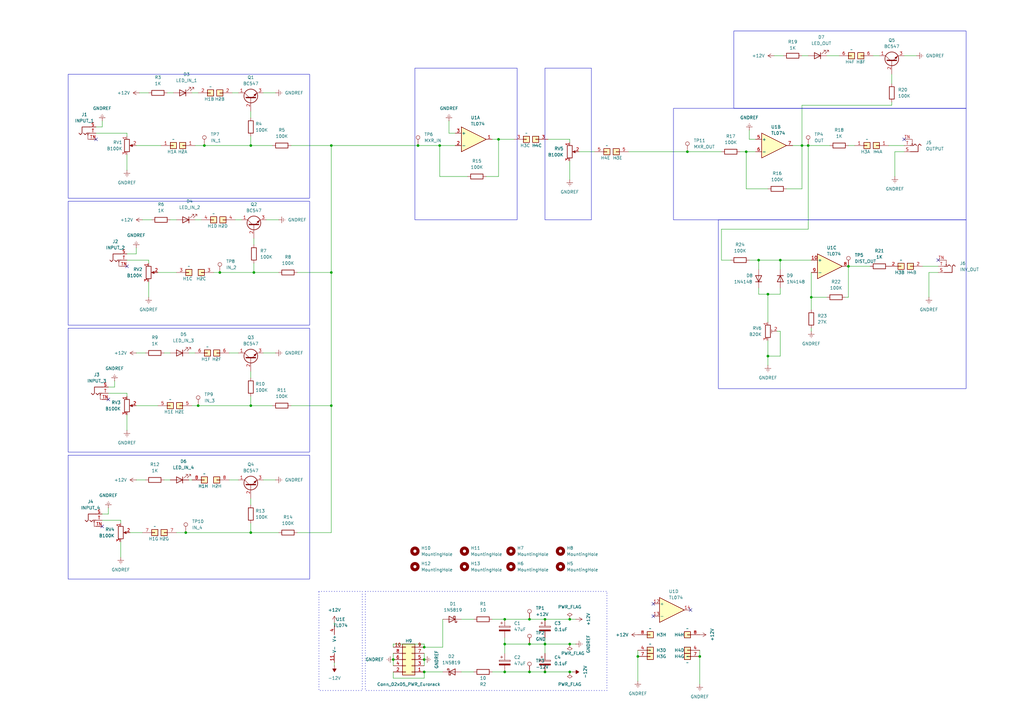
<source format=kicad_sch>
(kicad_sch (version 20231120) (generator "eeschema") (generator_version "8.0")
  (paper "A3")
  (junction (at 135.89 59.69))
  (junction (at 104.14 111.76))
  (junction (at 217.17 264.16))
  (junction (at 207.01 275.59))
  (junction (at 207.01 254))
  (junction (at 102.87 59.69))
  (junction (at 207.01 264.16))
  (junction (at 281.94 62.23))
  (junction (at 90.17 111.76))
  (junction (at 223.52 275.59))
  (junction (at 173.99 275.59))
  (junction (at 233.68 275.59))
  (junction (at 287.02 269.24))
  (junction (at 223.52 264.16))
  (junction (at 233.68 254))
  (junction (at 223.52 254))
  (junction (at 217.17 254))
  (junction (at 314.96 120.65))
  (junction (at 173.99 265.43))
  (junction (at 135.89 166.37))
  (junction (at 83.82 59.69))
  (junction (at 217.17 275.59))
  (junction (at 320.04 106.68))
  (junction (at 331.47 59.69))
  (junction (at 347.98 109.22))
  (junction (at 261.62 269.24))
  (junction (at 314.96 146.05))
  (junction (at 180.34 59.69))
  (junction (at 332.74 121.92))
  (junction (at 76.2 218.44))
  (junction (at 311.15 106.68))
  (junction (at 102.87 166.37))
  (junction (at 306.07 62.23))
  (junction (at 81.28 166.37))
  (junction (at 328.93 59.69))
  (junction (at 173.99 270.51))
  (junction (at 233.68 264.16))
  (junction (at 102.87 218.44))
  (junction (at 135.89 111.76))
  (junction (at 161.29 270.51))
  (junction (at 171.45 59.69))
  (junction (at 204.47 57.15))
  (no_connect (at 370.84 57.15))
  (no_connect (at 267.97 247.65))
  (no_connect (at 41.91 215.9))
  (no_connect (at 44.45 163.83))
  (no_connect (at 283.21 250.19))
  (no_connect (at 52.07 109.22))
  (no_connect (at 39.37 57.15))
  (no_connect (at 384.81 106.68))
  (no_connect (at 267.97 252.73))
  (wire (pts (xy 137.16 271.78) (xy 137.16 273.05)))
  (wire (pts (xy 44.45 161.29) (xy 52.07 161.29)))
  (wire (pts (xy 52.07 161.29) (xy 52.07 162.56)))
  (wire (pts (xy 191.77 72.39) (xy 180.34 72.39)))
  (wire (pts (xy 46.99 156.21) (xy 46.99 158.75)))
  (wire (pts (xy 72.39 218.44) (xy 76.2 218.44)))
  (wire (pts (xy 44.45 208.28) (xy 44.45 210.82)))
  (wire (pts (xy 365.76 43.18) (xy 365.76 41.91)))
  (wire (pts (xy 303.53 62.23) (xy 306.07 62.23)))
  (wire (pts (xy 60.96 38.1) (xy 57.15 38.1)))
  (wire (pts (xy 69.85 90.17) (xy 72.39 90.17)))
  (wire (pts (xy 173.99 267.97) (xy 173.99 270.51)))
  (wire (pts (xy 49.53 213.36) (xy 49.53 214.63)))
  (wire (pts (xy 332.74 127) (xy 332.74 121.92)))
  (wire (pts (xy 104.14 97.79) (xy 104.14 100.33)))
  (wire (pts (xy 102.87 152.4) (xy 102.87 154.94)))
  (wire (pts (xy 207.01 275.59) (xy 217.17 275.59)))
  (wire (pts (xy 59.69 144.78) (xy 55.88 144.78)))
  (wire (pts (xy 367.03 62.23) (xy 367.03 72.39)))
  (wire (pts (xy 119.38 166.37) (xy 135.89 166.37)))
  (wire (pts (xy 102.87 214.63) (xy 102.87 218.44)))
  (wire (pts (xy 261.62 266.7) (xy 261.62 269.24)))
  (wire (pts (xy 102.87 59.69) (xy 111.76 59.69)))
  (wire (pts (xy 77.47 144.78) (xy 80.01 144.78)))
  (wire (pts (xy 102.87 45.72) (xy 102.87 48.26)))
  (wire (pts (xy 67.31 196.85) (xy 69.85 196.85)))
  (wire (pts (xy 109.22 90.17) (xy 114.3 90.17)))
  (wire (pts (xy 102.87 218.44) (xy 114.3 218.44)))
  (wire (pts (xy 314.96 139.7) (xy 314.96 146.05)))
  (wire (pts (xy 60.96 115.57) (xy 60.96 121.92)))
  (wire (pts (xy 41.91 49.53) (xy 41.91 52.07)))
  (wire (pts (xy 295.91 106.68) (xy 299.72 106.68)))
  (wire (pts (xy 311.15 120.65) (xy 314.96 120.65)))
  (wire (pts (xy 135.89 59.69) (xy 171.45 59.69)))
  (wire (pts (xy 339.09 121.92) (xy 332.74 121.92)))
  (wire (pts (xy 102.87 55.88) (xy 102.87 59.69)))
  (wire (pts (xy 328.93 22.86) (xy 331.47 22.86)))
  (wire (pts (xy 41.91 210.82) (xy 44.45 210.82)))
  (wire (pts (xy 78.74 38.1) (xy 81.28 38.1)))
  (wire (pts (xy 104.14 107.95) (xy 104.14 111.76)))
  (wire (pts (xy 62.23 90.17) (xy 58.42 90.17)))
  (wire (pts (xy 257.81 62.23) (xy 281.94 62.23)))
  (wire (pts (xy 55.88 59.69) (xy 66.04 59.69)))
  (wire (pts (xy 328.93 43.18) (xy 365.76 43.18)))
  (wire (pts (xy 107.95 196.85) (xy 113.03 196.85)))
  (wire (pts (xy 204.47 57.15) (xy 201.93 57.15)))
  (wire (pts (xy 173.99 275.59) (xy 173.99 278.13)))
  (wire (pts (xy 223.52 275.59) (xy 233.68 275.59)))
  (wire (pts (xy 204.47 57.15) (xy 210.82 57.15)))
  (wire (pts (xy 307.34 106.68) (xy 311.15 106.68)))
  (wire (pts (xy 173.99 278.13) (xy 161.29 278.13)))
  (wire (pts (xy 52.07 170.18) (xy 52.07 176.53)))
  (wire (pts (xy 223.52 264.16) (xy 233.68 264.16)))
  (wire (pts (xy 52.07 63.5) (xy 52.07 69.85)))
  (wire (pts (xy 39.37 54.61) (xy 52.07 54.61)))
  (wire (pts (xy 347.98 109.22) (xy 356.87 109.22)))
  (wire (pts (xy 77.47 196.85) (xy 78.74 196.85)))
  (wire (pts (xy 95.25 38.1) (xy 97.79 38.1)))
  (wire (pts (xy 107.95 38.1) (xy 113.03 38.1)))
  (wire (pts (xy 370.84 62.23) (xy 367.03 62.23)))
  (wire (pts (xy 93.98 144.78) (xy 97.79 144.78)))
  (wire (pts (xy 52.07 104.14) (xy 55.88 104.14)))
  (wire (pts (xy 121.92 111.76) (xy 135.89 111.76)))
  (wire (pts (xy 199.39 72.39) (xy 204.47 72.39)))
  (wire (pts (xy 189.23 275.59) (xy 194.31 275.59)))
  (wire (pts (xy 332.74 134.62) (xy 332.74 135.89)))
  (wire (pts (xy 331.47 93.98) (xy 295.91 93.98)))
  (wire (pts (xy 49.53 222.25) (xy 49.53 228.6)))
  (wire (pts (xy 137.16 255.27) (xy 137.16 256.54)))
  (wire (pts (xy 320.04 118.11) (xy 320.04 120.65)))
  (wire (pts (xy 207.01 261.62) (xy 207.01 264.16)))
  (wire (pts (xy 233.68 66.04) (xy 233.68 73.66)))
  (wire (pts (xy 96.52 90.17) (xy 99.06 90.17)))
  (wire (pts (xy 306.07 62.23) (xy 309.88 62.23)))
  (wire (pts (xy 173.99 264.16) (xy 173.99 265.43)))
  (wire (pts (xy 93.98 196.85) (xy 97.79 196.85)))
  (wire (pts (xy 186.69 54.61) (xy 184.15 54.61)))
  (wire (pts (xy 233.68 275.59) (xy 234.95 275.59)))
  (wire (pts (xy 320.04 135.89) (xy 320.04 146.05)))
  (wire (pts (xy 339.09 22.86) (xy 344.17 22.86)))
  (wire (pts (xy 67.31 144.78) (xy 69.85 144.78)))
  (wire (pts (xy 328.93 59.69) (xy 331.47 59.69)))
  (wire (pts (xy 80.01 90.17) (xy 82.55 90.17)))
  (wire (pts (xy 135.89 218.44) (xy 135.89 166.37)))
  (wire (pts (xy 64.77 111.76) (xy 72.39 111.76)))
  (wire (pts (xy 161.29 267.97) (xy 161.29 270.51)))
  (wire (pts (xy 204.47 72.39) (xy 204.47 57.15)))
  (wire (pts (xy 41.91 213.36) (xy 49.53 213.36)))
  (wire (pts (xy 328.93 43.18) (xy 328.93 59.69)))
  (wire (pts (xy 102.87 162.56) (xy 102.87 166.37)))
  (wire (pts (xy 358.14 22.86) (xy 360.68 22.86)))
  (wire (pts (xy 378.46 109.22) (xy 384.81 109.22)))
  (wire (pts (xy 307.34 57.15) (xy 307.34 53.34)))
  (wire (pts (xy 53.34 218.44) (xy 58.42 218.44)))
  (wire (pts (xy 306.07 77.47) (xy 306.07 62.23)))
  (wire (pts (xy 223.52 254) (xy 233.68 254)))
  (wire (pts (xy 55.88 101.6) (xy 55.88 104.14)))
  (wire (pts (xy 370.84 22.86) (xy 375.92 22.86)))
  (wire (pts (xy 328.93 59.69) (xy 328.93 77.47)))
  (wire (pts (xy 180.34 59.69) (xy 186.69 59.69)))
  (wire (pts (xy 39.37 52.07) (xy 41.91 52.07)))
  (wire (pts (xy 261.62 269.24) (xy 261.62 279.4)))
  (wire (pts (xy 331.47 59.69) (xy 340.36 59.69)))
  (wire (pts (xy 321.31 22.86) (xy 317.5 22.86)))
  (wire (pts (xy 332.74 121.92) (xy 332.74 111.76)))
  (wire (pts (xy 233.68 264.16) (xy 236.22 264.16)))
  (wire (pts (xy 314.96 120.65) (xy 320.04 120.65)))
  (wire (pts (xy 320.04 146.05) (xy 314.96 146.05)))
  (wire (pts (xy 320.04 110.49) (xy 320.04 106.68)))
  (wire (pts (xy 233.68 57.15) (xy 233.68 58.42)))
  (wire (pts (xy 171.45 59.69) (xy 180.34 59.69)))
  (wire (pts (xy 281.94 62.23) (xy 295.91 62.23)))
  (wire (pts (xy 173.99 265.43) (xy 181.61 265.43)))
  (wire (pts (xy 309.88 57.15) (xy 307.34 57.15)))
  (wire (pts (xy 81.28 166.37) (xy 102.87 166.37)))
  (wire (pts (xy 328.93 77.47) (xy 322.58 77.47)))
  (wire (pts (xy 217.17 254) (xy 223.52 254)))
  (wire (pts (xy 161.29 264.16) (xy 173.99 264.16)))
  (wire (pts (xy 104.14 111.76) (xy 114.3 111.76)))
  (wire (pts (xy 107.95 144.78) (xy 113.03 144.78)))
  (wire (pts (xy 180.34 72.39) (xy 180.34 59.69)))
  (wire (pts (xy 364.49 59.69) (xy 370.84 59.69)))
  (wire (pts (xy 207.01 264.16) (xy 207.01 267.97)))
  (wire (pts (xy 325.12 59.69) (xy 328.93 59.69)))
  (wire (pts (xy 181.61 265.43) (xy 181.61 254)))
  (wire (pts (xy 314.96 77.47) (xy 306.07 77.47)))
  (wire (pts (xy 78.74 166.37) (xy 81.28 166.37)))
  (wire (pts (xy 311.15 118.11) (xy 311.15 120.65)))
  (wire (pts (xy 201.93 275.59) (xy 207.01 275.59)))
  (wire (pts (xy 44.45 158.75) (xy 46.99 158.75)))
  (wire (pts (xy 83.82 59.69) (xy 102.87 59.69)))
  (wire (pts (xy 350.52 59.69) (xy 347.98 59.69)))
  (wire (pts (xy 314.96 146.05) (xy 314.96 149.86)))
  (wire (pts (xy 381 111.76) (xy 381 121.92)))
  (wire (pts (xy 121.92 218.44) (xy 135.89 218.44)))
  (wire (pts (xy 201.93 254) (xy 207.01 254)))
  (wire (pts (xy 90.17 111.76) (xy 104.14 111.76)))
  (wire (pts (xy 161.29 265.43) (xy 161.29 264.16)))
  (wire (pts (xy 52.07 106.68) (xy 60.96 106.68)))
  (wire (pts (xy 233.68 254) (xy 236.22 254)))
  (wire (pts (xy 87.63 111.76) (xy 90.17 111.76)))
  (wire (pts (xy 68.58 38.1) (xy 71.12 38.1)))
  (wire (pts (xy 173.99 270.51) (xy 173.99 273.05)))
  (wire (pts (xy 311.15 106.68) (xy 320.04 106.68)))
  (wire (pts (xy 217.17 264.16) (xy 223.52 264.16)))
  (wire (pts (xy 320.04 106.68) (xy 332.74 106.68)))
  (wire (pts (xy 207.01 264.16) (xy 217.17 264.16)))
  (wire (pts (xy 189.23 254) (xy 194.31 254)))
  (wire (pts (xy 311.15 106.68) (xy 311.15 110.49)))
  (wire (pts (xy 59.69 196.85) (xy 55.88 196.85)))
  (wire (pts (xy 223.52 264.16) (xy 223.52 267.97)))
  (wire (pts (xy 52.07 54.61) (xy 52.07 55.88)))
  (wire (pts (xy 184.15 54.61) (xy 184.15 49.53)))
  (wire (pts (xy 346.71 121.92) (xy 347.98 121.92)))
  (wire (pts (xy 223.52 261.62) (xy 223.52 264.16)))
  (wire (pts (xy 55.88 166.37) (xy 64.77 166.37)))
  (wire (pts (xy 347.98 109.22) (xy 347.98 121.92)))
  (wire (pts (xy 237.49 62.23) (xy 243.84 62.23)))
  (wire (pts (xy 287.02 269.24) (xy 287.02 280.67)))
  (wire (pts (xy 224.79 57.15) (xy 233.68 57.15)))
  (wire (pts (xy 217.17 275.59) (xy 223.52 275.59)))
  (wire (pts (xy 331.47 59.69) (xy 331.47 93.98)))
  (wire (pts (xy 80.01 59.69) (xy 83.82 59.69)))
  (wire (pts (xy 161.29 270.51) (xy 161.29 273.05)))
  (wire (pts (xy 295.91 93.98) (xy 295.91 106.68)))
  (wire (pts (xy 135.89 111.76) (xy 135.89 166.37)))
  (wire (pts (xy 365.76 30.48) (xy 365.76 34.29)))
  (wire (pts (xy 314.96 120.65) (xy 314.96 132.08)))
  (wire (pts (xy 102.87 204.47) (xy 102.87 207.01)))
  (wire (pts (xy 119.38 59.69) (xy 135.89 59.69)))
  (wire (pts (xy 60.96 106.68) (xy 60.96 107.95)))
  (wire (pts (xy 320.04 135.89) (xy 318.77 135.89)))
  (wire (pts (xy 135.89 59.69) (xy 135.89 111.76)))
  (wire (pts (xy 384.81 111.76) (xy 381 111.76)))
  (wire (pts (xy 173.99 275.59) (xy 181.61 275.59)))
  (wire (pts (xy 161.29 278.13) (xy 161.29 275.59)))
  (wire (pts (xy 207.01 254) (xy 217.17 254)))
  (wire (pts (xy 102.87 166.37) (xy 111.76 166.37)))
  (wire (pts (xy 287.02 266.7) (xy 287.02 269.24)))
  (wire (pts (xy 76.2 218.44) (xy 102.87 218.44)))
  (rectangle (start 27.94 186.69) (end 127 237.49))
  (rectangle (start 294.64 90.17) (end 396.24 159.385))
  (rectangle (start 27.94 82.55) (end 127 133.35))
  (rectangle (start 149.86 242.57) (end 248.92 283.21) (stroke (width 0.25) (type dot)))
  (rectangle (start 223.52 27.94) (end 242.57 90.17))
  (rectangle (start 276.225 44.45) (end 396.24 90.17))
  (rectangle (start 170.18 27.94) (end 212.09 90.17))
  (rectangle (start 130.81 242.57) (end 148.59 283.21) (stroke (width 0.25) (type dot)))
  (rectangle (start 27.94 30.48) (end 127 81.28))
  (rectangle (start 27.94 134.62) (end 127 185.42))
  (rectangle (start 300.99 12.7) (end 396.24 44.45))
  (symbol (lib_id "Transistor_BJT:BC547") (at 104.14 92.71 90) (unit 1)
    (property "Reference" "Q2" (at 104.14 83.82 90))
    (property "Value" "BC547" (at 104.14 86.36 90))
    (property "Footprint" "Package_TO_SOT_THT:TO-92_HandSolder" (effects (hide yes)))
    (property "Datasheet" "https://www.onsemi.com/pub/Collateral/BC550-D.pdf" (effects (hide yes)))
    (property "Description" "0.1A Ic, 45V Vce, Small Signal NPN Transistor, TO-92" (effects (hide yes)))
  )
  (symbol (lib_id "power:GNDREF") (at 233.68 73.66 0) (unit 1)
    (property "Reference" "#PWR031" (effects (hide yes)))
    (property "Value" "GNDREF" (at 233.68 78.74 0))
    (property "Description" "Power symbol creates a global label with name \"GNDREF\" , reference supply ground" (effects (hide yes)))
  )
  (symbol (lib_id "Connector:TestPoint") (at 171.45 59.69 0) (unit 1)
    (property "Reference" "TP6" (at 173.99 55.1179 0) (effects (justify left)))
    (property "Value" "MXR_IN" (at 173.99 57.6579 0) (effects (justify left)))
    (property "Footprint" "Connector_Pin:Pin_D1.0mm_L10.0mm" (effects (hide yes)))
    (property "Description" "test point" (effects (hide yes)))
  )
  (symbol (lib_id "power:+12V") (at 55.88 144.78 90) (unit 1)
    (property "Reference" "#PWR012" (effects (hide yes)))
    (property "Value" "+12V" (at 52.07 144.78 90) (effects (justify left)))
    (property "Description" "Power symbol creates a global label with name \"+12V\"" (effects (hide yes)))
  )
  (symbol (lib_id "synth:R_Potentiometer (P0915N)") (at 233.68 62.23 0) (unit 1)
    (property "Reference" "RV5" (at 231.14 60.9599 0) (effects (justify right)))
    (property "Value" "B100K" (at 231.14 63.4999 0) (effects (justify right)))
    (property "Footprint" "Synth:Potentiometer_TT_P0915N" (effects (hide yes)))
    (property "Description" "Potentiometer" (effects (hide yes)))
  )
  (symbol (lib_id "Connector:TestPoint") (at 217.17 275.59 0) (unit 1)
    (property "Reference" "TP3" (at 219.71 271.0179 0) (effects (justify left)))
    (property "Value" "-12V" (at 219.71 273.5579 0) (effects (justify left)))
    (property "Footprint" "Connector_Pin:Pin_D1.0mm_L10.0mm" (effects (hide yes)))
    (property "Description" "test point" (effects (hide yes)))
  )
  (symbol (lib_id "power:-12V") (at 234.95 275.59 270) (unit 1)
    (property "Reference" "#PWR02" (effects (hide yes)))
    (property "Value" "-12V" (at 240.03 275.59 0))
    (property "Description" "Power symbol creates a global label with name \"-12V\"" (effects (hide yes)))
  )
  (symbol (lib_id "Mechanical:MountingHole") (at 209.55 226.06 0) (unit 1)
    (property "Reference" "H7" (at 212.09 224.79 0) (effects (justify left)))
    (property "Value" "MountingHole" (at 212.09 227.33 0) (effects (justify left)))
    (property "Footprint" "MountingHole:MountingHole_3.2mm_M3" (effects (hide yes)))
    (property "Description" "Mounting Hole without connection" (effects (hide yes)))
  )
  (symbol (lib_id "power:GNDREF") (at 46.99 156.21 180) (unit 1)
    (property "Reference" "#PWR08" (effects (hide yes)))
    (property "Value" "GNDREF" (at 46.99 151.13 0))
    (property "Description" "Power symbol creates a global label with name \"GNDREF\" , reference supply ground" (effects (hide yes)))
  )
  (symbol (lib_id "power:+12V") (at 57.15 38.1 90) (unit 1)
    (property "Reference" "#PWR013" (effects (hide yes)))
    (property "Value" "+12V" (at 53.34 38.1 90) (effects (justify left)))
    (property "Description" "Power symbol creates a global label with name \"+12V\"" (effects (hide yes)))
  )
  (symbol (lib_id "power:GNDREF") (at 52.07 69.85 0) (unit 1)
    (property "Reference" "#PWR014" (effects (hide yes)))
    (property "Value" "GNDREF" (at 52.07 74.93 0))
    (property "Description" "Power symbol creates a global label with name \"GNDREF\" , reference supply ground" (effects (hide yes)))
  )
  (symbol (lib_id "synth:PinSocket_01x08") (at 219.71 57.15 180) (unit 3)
    (property "Reference" "H4" (at 222.25 59.69 0) (effects (justify left)))
    (property "Value" "~" (at 219.71 59.69 0))
    (property "Footprint" "Synth:PinHeader_1x08_P2.54mm_Vertical" (effects (hide yes)))
    (property "Description" "Generic connector, single row, 01x01, script generated (kicad-library-utils/schlib/autogen/connector/)" (effects (hide yes)))
  )
  (symbol (lib_id "Amplifier_Operational:TL074") (at 340.36 109.22 0) (unit 3)
    (property "Reference" "U1" (at 339.09 101.6 0) (effects (justify left)))
    (property "Value" "TL074" (at 339.09 104.14 0) (effects (justify left)))
    (property "Footprint" "Package_DIP:DIP-14_W7.62mm_Socket_LongPads" (effects (hide yes)))
    (property "Datasheet" "http://www.ti.com/lit/ds/symlink/tl071.pdf" (effects (hide yes)))
    (property "Description" "Quad Low-Noise JFET-Input Operational Amplifiers, DIP-14/SOIC-14" (effects (hide yes)))
  )
  (symbol (lib_id "synth:PinHeader_01x08") (at 63.5 218.44 0) (unit 7)
    (property "Reference" "H1" (at 60.96 220.98 0) (effects (justify left)))
    (property "Value" "~" (at 63.5 215.9 0))
    (property "Footprint" "Synth:PinHeader_1x08_P2.54mm_Vertical" (effects (hide yes)))
    (property "Description" "Generic connector, single row, 01x01, script generated (kicad-library-utils/schlib/autogen/connector/)" (effects (hide yes)))
  )
  (symbol (lib_id "synth:PinSocket_01x08") (at 359.41 59.69 180) (unit 1)
    (property "Reference" "H4" (at 361.95 62.23 0) (effects (justify left)))
    (property "Value" "~" (at 359.41 62.23 0))
    (property "Footprint" "Synth:PinHeader_1x08_P2.54mm_Vertical" (effects (hide yes)))
    (property "Description" "Generic connector, single row, 01x01, script generated (kicad-library-utils/schlib/autogen/connector/)" (effects (hide yes)))
  )
  (symbol (lib_id "synth:R_Default") (at 102.87 158.75 180) (unit 1)
    (property "Reference" "R10" (at 104.775 157.4799 0) (effects (justify right)))
    (property "Value" "100K" (at 104.775 160.0199 0) (effects (justify right)))
    (property "Footprint" "Synth:R_Default (DIN0207)" (effects (hide yes)))
    (property "Description" "Resistor" (effects (hide yes)))
  )
  (symbol (lib_id "synth:R_Default") (at 102.87 210.82 180) (unit 1)
    (property "Reference" "R13" (at 104.775 209.5499 0) (effects (justify right)))
    (property "Value" "100K" (at 104.775 212.0899 0) (effects (justify right)))
    (property "Footprint" "Synth:R_Default (DIN0207)" (effects (hide yes)))
    (property "Description" "Resistor" (effects (hide yes)))
  )
  (symbol (lib_id "power:+12V") (at 317.5 22.86 90) (unit 1)
    (property "Reference" "#PWR033" (effects (hide yes)))
    (property "Value" "+12V" (at 313.69 22.86 90) (effects (justify left)))
    (property "Description" "Power symbol creates a global label with name \"+12V\"" (effects (hide yes)))
  )
  (symbol (lib_id "Mechanical:MountingHole") (at 229.87 232.41 0) (unit 1)
    (property "Reference" "H5" (at 232.41 231.14 0) (effects (justify left)))
    (property "Value" "MountingHole" (at 232.41 233.68 0) (effects (justify left)))
    (property "Footprint" "MountingHole:MountingHole_3.2mm_M3" (effects (hide yes)))
    (property "Description" "Mounting Hole without connection" (effects (hide yes)))
  )
  (symbol (lib_id "Mechanical:MountingHole") (at 170.18 226.06 0) (unit 1)
    (property "Reference" "H10" (at 172.72 224.79 0) (effects (justify left)))
    (property "Value" "MountingHole" (at 172.72 227.33 0) (effects (justify left)))
    (property "Footprint" "MountingHole:MountingHole_3.2mm_M3" (effects (hide yes)))
    (property "Description" "Mounting Hole without connection" (effects (hide yes)))
  )
  (symbol (lib_id "synth:D_Schottky (1N5819)") (at 185.42 275.59 0) (unit 1)
    (property "Reference" "D2" (at 185.1025 269.24 0))
    (property "Value" "1N5819" (at 185.1025 271.78 0))
    (property "Footprint" "Synth:D_DO-41_SOD81_P10.16mm_Horizontal" (effects (hide yes)))
    (property "Datasheet" "http://www.vishay.com/docs/88525/1n5817.pdf" (effects (hide yes)))
    (property "Description" "40V 1A Schottky Barrier Rectifier Diode, DO-41" (effects (hide yes)))
  )
  (symbol (lib_id "synth:R_Default") (at 118.11 111.76 90) (unit 1)
    (property "Reference" "R8" (at 118.11 105.41 90))
    (property "Value" "100K" (at 118.11 107.95 90))
    (property "Footprint" "Synth:R_Default (DIN0207)" (effects (hide yes)))
    (property "Description" "Resistor" (effects (hide yes)))
  )
  (symbol (lib_id "synth:PinSocket_01x08") (at 87.63 90.17 0) (unit 4)
    (property "Reference" "H1" (at 85.09 92.71 0) (effects (justify left)))
    (property "Value" "~" (at 87.63 87.63 0))
    (property "Footprint" "Synth:PinHeader_1x08_P2.54mm_Vertical" (effects (hide yes)))
    (property "Description" "Generic connector, single row, 01x01, script generated (kicad-library-utils/schlib/autogen/connector/)" (effects (hide yes)))
  )
  (symbol (lib_id "power:+12V") (at 55.88 196.85 90) (unit 1)
    (property "Reference" "#PWR020" (effects (hide yes)))
    (property "Value" "+12V" (at 52.07 196.85 90) (effects (justify left)))
    (property "Description" "Power symbol creates a global label with name \"+12V\"" (effects (hide yes)))
  )
  (symbol (lib_id "synth:R_Potentiometer (P0915N)") (at 52.07 59.69 0) (unit 1)
    (property "Reference" "RV1" (at 50.165 58.4199 0) (effects (justify right)))
    (property "Value" "B100K" (at 50.165 60.9599 0) (effects (justify right)))
    (property "Footprint" "Synth:Potentiometer_TT_P0915N" (effects (hide yes)))
    (property "Description" "Potentiometer" (effects (hide yes)))
  )
  (symbol (lib_id "Amplifier_Operational:TL074") (at 317.5 59.69 0) (unit 2)
    (property "Reference" "U1" (at 316.23 52.07 0) (effects (justify left)))
    (property "Value" "TL074" (at 316.23 54.61 0) (effects (justify left)))
    (property "Footprint" "Package_DIP:DIP-14_W7.62mm_Socket_LongPads" (effects (hide yes)))
    (property "Datasheet" "http://www.ti.com/lit/ds/symlink/tl071.pdf" (effects (hide yes)))
    (property "Description" "Quad Low-Noise JFET-Input Operational Amplifiers, DIP-14/SOIC-14" (effects (hide yes)))
  )
  (symbol (lib_id "synth:Conn_02x05_EuroRack_Power") (at 167.64 270.51 180) (unit 1)
    (property "Reference" "H9" (at 167.64 262.89 0))
    (property "Value" "Conn_02x05_PWR_Eurorack" (at 167.64 280.67 0))
    (property "Footprint" "Synth:IDC-Header_2x05_P2.54mm_Vertical" (effects (hide yes)))
  )
  (symbol (lib_id "power:GNDREF") (at 173.99 270.51 90) (unit 1)
    (property "Reference" "#PWR027" (effects (hide yes)))
    (property "Value" "GNDREF" (at 179.07 270.51 0))
    (property "Description" "Power symbol creates a global label with name \"GNDREF\" , reference supply ground" (effects (hide yes)))
  )
  (symbol (lib_id "synth:R_Default") (at 66.04 90.17 90) (unit 1)
    (property "Reference" "R6" (at 66.04 83.82 90))
    (property "Value" "1K" (at 66.04 86.36 90))
    (property "Footprint" "Synth:R_Default (DIN0207)" (effects (hide yes)))
    (property "Description" "Resistor" (effects (hide yes)))
  )
  (symbol (lib_id "synth:PinSocket_01x08") (at 281.94 266.7 180) (unit 4)
    (property "Reference" "H4" (at 280.67 266.7 0) (effects (justify left)))
    (property "Value" "~" (at 281.94 269.24 0))
    (property "Footprint" "Synth:PinHeader_1x08_P2.54mm_Vertical" (effects (hide yes)))
    (property "Description" "Generic connector, single row, 01x01, script generated (kicad-library-utils/schlib/autogen/connector/)" (effects (hide yes)))
  )
  (symbol (lib_id "synth:R_Default") (at 198.12 275.59 90) (unit 1)
    (property "Reference" "R2" (at 198.12 280.67 90))
    (property "Value" "10" (at 198.12 278.13 90))
    (property "Footprint" "Synth:R_Default (DIN0207)" (effects (hide yes)))
    (property "Description" "Resistor" (effects (hide yes)))
  )
  (symbol (lib_id "synth:R_Default") (at 64.77 38.1 90) (unit 1)
    (property "Reference" "R3" (at 64.77 31.75 90))
    (property "Value" "1K" (at 64.77 34.29 90))
    (property "Footprint" "Synth:R_Default (DIN0207)" (effects (hide yes)))
    (property "Description" "Resistor" (effects (hide yes)))
  )
  (symbol (lib_id "power:PWR_FLAG") (at 233.68 254 0) (unit 1)
    (property "Reference" "#FLG01" (effects (hide yes)))
    (property "Value" "PWR_FLAG" (at 233.68 248.92 0))
    (property "Description" "Special symbol for telling ERC where power comes from" (effects (hide yes)))
  )
  (symbol (lib_id "synth:R_Default") (at 118.11 218.44 90) (unit 1)
    (property "Reference" "R14" (at 118.11 212.09 90))
    (property "Value" "100K" (at 118.11 214.63 90))
    (property "Footprint" "Synth:R_Default (DIN0207)" (effects (hide yes)))
    (property "Description" "Resistor" (effects (hide yes)))
  )
  (symbol (lib_id "synth:D_Schottky (1N5819)") (at 185.42 254 180) (unit 1)
    (property "Reference" "D1" (at 185.7375 247.65 0))
    (property "Value" "1N5819" (at 185.7375 250.19 0))
    (property "Footprint" "Synth:D_DO-41_SOD81_P10.16mm_Horizontal" (effects (hide yes)))
    (property "Datasheet" "http://www.vishay.com/docs/88525/1n5817.pdf" (effects (hide yes)))
    (property "Description" "40V 1A Schottky Barrier Rectifier Diode, DO-41" (effects (hide yes)))
  )
  (symbol (lib_id "Connector:TestPoint") (at 281.94 62.23 0) (unit 1)
    (property "Reference" "TP11" (at 284.48 57.6579 0) (effects (justify left)))
    (property "Value" "MXR_OUT" (at 284.48 60.1979 0) (effects (justify left)))
    (property "Footprint" "Connector_Pin:Pin_D1.0mm_L10.0mm" (effects (hide yes)))
    (property "Description" "test point" (effects (hide yes)))
  )
  (symbol (lib_id "Transistor_BJT:BC547") (at 102.87 199.39 90) (unit 1)
    (property "Reference" "Q4" (at 102.87 190.5 90))
    (property "Value" "BC547" (at 102.87 193.04 90))
    (property "Footprint" "Package_TO_SOT_THT:TO-92_HandSolder" (effects (hide yes)))
    (property "Datasheet" "https://www.onsemi.com/pub/Collateral/BC550-D.pdf" (effects (hide yes)))
    (property "Description" "0.1A Ic, 45V Vce, Small Signal NPN Transistor, TO-92" (effects (hide yes)))
  )
  (symbol (lib_id "synth:R_Default") (at 303.53 106.68 90) (unit 1)
    (property "Reference" "R24" (at 303.53 100.33 90))
    (property "Value" "100K" (at 303.53 102.87 90))
    (property "Footprint" "Synth:R_Default (DIN0207)" (effects (hide yes)))
    (property "Description" "Resistor" (effects (hide yes)))
  )
  (symbol (lib_id "synth:PinSocket_01x08") (at 83.82 196.85 0) (unit 8)
    (property "Reference" "H1" (at 81.28 199.39 0) (effects (justify left)))
    (property "Value" "~" (at 83.82 194.31 0))
    (property "Footprint" "Synth:PinHeader_1x08_P2.54mm_Vertical" (effects (hide yes)))
    (property "Description" "Generic connector, single row, 01x01, script generated (kicad-library-utils/schlib/autogen/connector/)" (effects (hide yes)))
  )
  (symbol (lib_id "synth:R_Default") (at 115.57 59.69 90) (unit 1)
    (property "Reference" "R5" (at 115.57 53.34 90))
    (property "Value" "100K" (at 115.57 55.88 90))
    (property "Footprint" "Synth:R_Default (DIN0207)" (effects (hide yes)))
    (property "Description" "Resistor" (effects (hide yes)))
  )
  (symbol (lib_id "Device:C_Polarized") (at 223.52 271.78 0) (unit 1)
    (property "Reference" "C4" (at 227.33 269.6209 0) (effects (justify left)))
    (property "Value" "0.1uF" (at 227.33 272.1609 0) (effects (justify left)))
    (property "Footprint" "Capacitor_THT:CP_Radial_D4.0mm_P2.00mm" (effects (hide yes)))
    (property "Description" "Polarized capacitor" (effects (hide yes)))
  )
  (symbol (lib_id "power:GNDREF") (at 307.34 53.34 180) (unit 1)
    (property "Reference" "#PWR030" (effects (hide yes)))
    (property "Value" "GNDREF" (at 307.34 48.26 0))
    (property "Description" "Power symbol creates a global label with name \"GNDREF\" , reference supply ground" (effects (hide yes)))
  )
  (symbol (lib_id "power:GNDREF") (at 381 121.92 0) (unit 1)
    (property "Reference" "#PWR024" (effects (hide yes)))
    (property "Value" "GNDREF" (at 381 127 0))
    (property "Description" "Power symbol creates a global label with name \"GNDREF\" , reference supply ground" (effects (hide yes)))
  )
  (symbol (lib_id "Connector:TestPoint") (at 331.47 59.69 0) (unit 1)
    (property "Reference" "TP4" (at 334.01 55.1179 0) (effects (justify left)))
    (property "Value" "OUT" (at 334.01 57.6579 0) (effects (justify left)))
    (property "Footprint" "Connector_Pin:Pin_D1.0mm_L10.0mm" (effects (hide yes)))
    (property "Description" "test point" (effects (hide yes)))
  )
  (symbol (lib_id "power:GNDREF") (at 375.92 22.86 90) (unit 1)
    (property "Reference" "#PWR034" (effects (hide yes)))
    (property "Value" "GNDREF" (at 379.73 22.86 90) (effects (justify right)))
    (property "Description" "Power symbol creates a global label with name \"GNDREF\" , reference supply ground" (effects (hide yes)))
  )
  (symbol (lib_id "synth:PinSocket_01x08") (at 252.73 62.23 180) (unit 5)
    (property "Reference" "H3" (at 255.27 64.77 0) (effects (justify left)))
    (property "Value" "~" (at 252.73 64.77 0))
    (property "Footprint" "Synth:PinSocket_1x08_P2.54mm_Vertical" (effects (hide yes)))
    (property "Description" "Generic connector, single row, 01x01, script generated (kicad-library-utils/schlib/autogen/connector/)" (effects (hide yes)))
  )
  (symbol (lib_id "power:GNDREF") (at 41.91 49.53 180) (unit 1)
    (property "Reference" "#PWR016" (effects (hide yes)))
    (property "Value" "GNDREF" (at 41.91 44.45 0))
    (property "Description" "Power symbol creates a global label with name \"GNDREF\" , reference supply ground" (effects (hide yes)))
  )
  (symbol (lib_id "Connector:TestPoint") (at 347.98 109.22 0) (unit 1)
    (property "Reference" "TP5" (at 350.52 104.6479 0) (effects (justify left)))
    (property "Value" "DIST_OUT" (at 350.52 107.1879 0) (effects (justify left)))
    (property "Footprint" "Connector_Pin:Pin_D1.0mm_L10.0mm" (effects (hide yes)))
    (property "Description" "test point" (effects (hide yes)))
  )
  (symbol (lib_id "power:PWR_FLAG") (at 233.68 264.16 180) (unit 1)
    (property "Reference" "#FLG03" (effects (hide yes)))
    (property "Value" "PWR_FLAG" (at 234.95 267.97 0))
    (property "Description" "Special symbol for telling ERC where power comes from" (effects (hide yes)))
  )
  (symbol (lib_id "Transistor_BJT:BC547") (at 102.87 147.32 90) (unit 1)
    (property "Reference" "Q3" (at 102.87 138.43 90))
    (property "Value" "BC547" (at 102.87 140.97 90))
    (property "Footprint" "Package_TO_SOT_THT:TO-92_HandSolder" (effects (hide yes)))
    (property "Datasheet" "https://www.onsemi.com/pub/Collateral/BC550-D.pdf" (effects (hide yes)))
    (property "Description" "0.1A Ic, 45V Vce, Small Signal NPN Transistor, TO-92" (effects (hide yes)))
  )
  (symbol (lib_id "power:GNDREF") (at 236.22 264.16 90) (unit 1)
    (property "Reference" "#PWR03" (effects (hide yes)))
    (property "Value" "GNDREF" (at 241.3 264.16 0))
    (property "Description" "Power symbol creates a global label with name \"GNDREF\" , reference supply ground" (effects (hide yes)))
  )
  (symbol (lib_id "synth:LED (5mm)") (at 335.28 22.86 180) (unit 1)
    (property "Reference" "D7" (at 336.8675 15.24 0))
    (property "Value" "LED_OUT" (at 336.8675 17.78 0))
    (property "Footprint" "Synth:LED_D5.0mm (center Aligned)" (effects (hide yes)))
    (property "Description" "Light emitting diode" (effects (hide yes)))
  )
  (symbol (lib_id "synth:PinSocket_01x08") (at 281.94 269.24 180) (unit 7)
    (property "Reference" "H4" (at 280.67 269.24 0) (effects (justify left)))
    (property "Value" "~" (at 281.94 271.78 0))
    (property "Footprint" "Synth:PinHeader_1x08_P2.54mm_Vertical" (effects (hide yes)))
    (property "Description" "Generic connector, single row, 01x01, script generated (kicad-library-utils/schlib/autogen/connector/)" (effects (hide yes)))
  )
  (symbol (lib_id "power:GNDREF") (at 113.03 38.1 90) (unit 1)
    (property "Reference" "#PWR015" (effects (hide yes)))
    (property "Value" "GNDREF" (at 116.84 38.1 90) (effects (justify right)))
    (property "Description" "Power symbol creates a global label with name \"GNDREF\" , reference supply ground" (effects (hide yes)))
  )
  (symbol (lib_id "synth:AudioJack_Mono_3.5mm") (at 375.92 59.69 180) (unit 1)
    (property "Reference" "J5" (at 379.73 58.4834 0) (effects (justify right)))
    (property "Value" "OUTPUT" (at 379.73 61.0234 0) (effects (justify right)))
    (property "Footprint" "Synth:Jack_3.5mm_QingPu_WQP-PJ398SM_Vertical_CircularHoles" (effects (hide yes)))
    (property "Description" "Audio Jack, 2 Poles (Mono / TS), Switched T Pole (Normalling)" (effects (hide yes)))
  )
  (symbol (lib_id "synth:D_Signal (1N4148)") (at 320.04 114.3 270) (unit 1)
    (property "Reference" "D9" (at 322.58 113.0299 90) (effects (justify left)))
    (property "Value" "1N4148" (at 322.58 115.5699 90) (effects (justify left)))
    (property "Footprint" "Synth:D_DO-35_SOD27_P7.62mm_Horizontal" (effects (hide yes)))
    (property "Datasheet" "https://assets.nexperia.com/documents/data-sheet/1N4148_1N4448.pdf" (effects (hide yes)))
    (property "Description" "100V 0.15A standard switching diode, DO-35" (effects (hide yes)))
    (property "Sim.Device" "D" (effects (hide yes)))
    (property "Sim.Pins" "1=K 2=A" (effects (hide yes)))
  )
  (symbol (lib_id "synth:PinHeader_01x08") (at 215.9 57.15 0) (unit 3)
    (property "Reference" "H3" (at 213.36 59.69 0) (effects (justify left)))
    (property "Value" "~" (at 215.9 54.61 0))
    (property "Footprint" "Synth:PinSocket_1x08_P2.54mm_Vertical" (effects (hide yes)))
    (property "Description" "Generic connector, single row, 01x01, script generated (kicad-library-utils/schlib/autogen/connector/)" (effects (hide yes)))
  )
  (symbol (lib_id "Connector:TestPoint") (at 81.28 166.37 0) (unit 1)
    (property "Reference" "TP9" (at 83.82 161.7979 0) (effects (justify left)))
    (property "Value" "IN_3" (at 83.82 164.3379 0) (effects (justify left)))
    (property "Footprint" "Connector_Pin:Pin_D1.0mm_L10.0mm" (effects (hide yes)))
    (property "Description" "test point" (effects (hide yes)))
  )
  (symbol (lib_id "Connector:TestPoint") (at 217.17 264.16 0) (unit 1)
    (property "Reference" "TP2" (at 219.71 259.5879 0) (effects (justify left)))
    (property "Value" "GND" (at 219.71 262.1279 0) (effects (justify left)))
    (property "Footprint" "Connector_Pin:Pin_D1.0mm_L10.0mm" (effects (hide yes)))
    (property "Description" "test point" (effects (hide yes)))
  )
  (symbol (lib_id "power:GNDREF") (at 261.62 279.4 0) (unit 1)
    (property "Reference" "#PWR022" (effects (hide yes)))
    (property "Value" "GNDREF" (at 261.62 284.48 0))
    (property "Description" "Power symbol creates a global label with name \"GNDREF\" , reference supply ground" (effects (hide yes)))
  )
  (symbol (lib_id "Amplifier_Operational:TL074") (at 194.31 57.15 0) (unit 1)
    (property "Reference" "U1" (at 193.04 48.26 0) (effects (justify left)))
    (property "Value" "TL074" (at 193.04 50.8 0) (effects (justify left)))
    (property "Footprint" "Package_DIP:DIP-14_W7.62mm_Socket_LongPads" (effects (hide yes)))
    (property "Datasheet" "http://www.ti.com/lit/ds/symlink/tl071.pdf" (effects (hide yes)))
    (property "Description" "Quad Low-Noise JFET-Input Operational Amplifiers, DIP-14/SOIC-14" (effects (hide yes)))
  )
  (symbol (lib_id "synth:PinHeader_01x08") (at 88.9 196.85 180) (unit 8)
    (property "Reference" "H2" (at 88.9 199.39 0))
    (property "Value" "~" (at 88.9 199.39 0))
    (property "Footprint" "Synth:PinSocket_1x08_P2.54mm_Vertical" (effects (hide yes)))
    (property "Description" "Generic connector, single row, 01x01, script generated (kicad-library-utils/schlib/autogen/connector/)" (effects (hide yes)))
  )
  (symbol (lib_id "synth:R_Default") (at 63.5 196.85 90) (unit 1)
    (property "Reference" "R12" (at 63.5 190.5 90))
    (property "Value" "1K" (at 63.5 193.04 90))
    (property "Footprint" "Synth:R_Default (DIN0207)" (effects (hide yes)))
    (property "Description" "Resistor" (effects (hide yes)))
  )
  (symbol (lib_id "Mechanical:MountingHole") (at 170.18 232.41 0) (unit 1)
    (property "Reference" "H12" (at 172.72 231.14 0) (effects (justify left)))
    (property "Value" "MountingHole" (at 172.72 233.68 0) (effects (justify left)))
    (property "Footprint" "MountingHole:MountingHole_3.2mm_M3" (effects (hide yes)))
    (property "Description" "Mounting Hole without connection" (effects (hide yes)))
  )
  (symbol (lib_id "synth:R_Default") (at 63.5 144.78 90) (unit 1)
    (property "Reference" "R9" (at 63.5 138.43 90))
    (property "Value" "1K" (at 63.5 140.97 90))
    (property "Footprint" "Synth:R_Default (DIN0207)" (effects (hide yes)))
    (property "Description" "Resistor" (effects (hide yes)))
  )
  (symbol (lib_id "synth:R_Default") (at 318.77 77.47 90) (unit 1)
    (property "Reference" "R16" (at 318.77 71.12 90))
    (property "Value" "100K" (at 318.77 73.66 90))
    (property "Footprint" "Synth:R_Default (DIN0207)" (effects (hide yes)))
    (property "Description" "Resistor" (effects (hide yes)))
  )
  (symbol (lib_id "synth:PinHeader_01x08") (at 266.7 260.35 0) (unit 8)
    (property "Reference" "H3" (at 269.24 260.35 0) (effects (justify left)))
    (property "Value" "~" (at 266.7 257.81 0))
    (property "Footprint" "Synth:PinSocket_1x08_P2.54mm_Vertical" (effects (hide yes)))
    (property "Description" "Generic connector, single row, 01x01, script generated (kicad-library-utils/schlib/autogen/connector/)" (effects (hide yes)))
  )
  (symbol (lib_id "synth:R_Potentiometer (P0915N)") (at 52.07 166.37 0) (unit 1)
    (property "Reference" "RV3" (at 49.53 165.0999 0) (effects (justify right)))
    (property "Value" "B100K" (at 49.53 167.6399 0) (effects (justify right)))
    (property "Footprint" "Synth:Potentiometer_TT_P0915N" (effects (hide yes)))
    (property "Description" "Potentiometer" (effects (hide yes)))
  )
  (symbol (lib_id "power:GNDREF") (at 49.53 228.6 0) (unit 1)
    (property "Reference" "#PWR019" (effects (hide yes)))
    (property "Value" "GNDREF" (at 49.53 233.68 0))
    (property "Description" "Power symbol creates a global label with name \"GNDREF\" , reference supply ground" (effects (hide yes)))
  )
  (symbol (lib_id "power:GNDREF") (at 161.29 270.51 270) (unit 1)
    (property "Reference" "#PWR028" (effects (hide yes)))
    (property "Value" "GNDREF" (at 157.48 270.51 90) (effects (justify right)))
    (property "Description" "Power symbol creates a global label with name \"GNDREF\" , reference supply ground" (effects (hide yes)))
  )
  (symbol (lib_id "synth:R_Default") (at 104.14 104.14 180) (unit 1)
    (property "Reference" "R7" (at 106.68 102.8699 0) (effects (justify right)))
    (property "Value" "100K" (at 106.68 105.4099 0) (effects (justify right)))
    (property "Footprint" "Synth:R_Default (DIN0207)" (effects (hide yes)))
    (property "Description" "Resistor" (effects (hide yes)))
  )
  (symbol (lib_id "Transistor_BJT:BC547") (at 102.87 40.64 90) (unit 1)
    (property "Reference" "Q1" (at 102.87 31.75 90))
    (property "Value" "BC547" (at 102.87 34.29 90))
    (property "Footprint" "Package_TO_SOT_THT:TO-92_HandSolder" (effects (hide yes)))
    (property "Datasheet" "https://www.onsemi.com/pub/Collateral/BC550-D.pdf" (effects (hide yes)))
    (property "Description" "0.1A Ic, 45V Vce, Small Signal NPN Transistor, TO-92" (effects (hide yes)))
  )
  (symbol (lib_id "synth:PinSocket_01x08") (at 82.55 111.76 180) (unit 3)
    (property "Reference" "H2" (at 82.55 114.3 0))
    (property "Value" "~" (at 82.55 114.3 0))
    (property "Footprint" "Synth:PinSocket_1x08_P2.54mm_Vertical" (effects (hide yes)))
    (property "Description" "Generic connector, single row, 01x01, script generated (kicad-library-utils/schlib/autogen/connector/)" (effects (hide yes)))
  )
  (symbol (lib_id "synth:AudioJack_Mono_3.5mm") (at 34.29 54.61 0) (unit 1)
    (property "Reference" "J1" (at 34.6075 46.99 0))
    (property "Value" "INPUT_1" (at 34.6075 49.53 0))
    (property "Footprint" "Synth:Jack_3.5mm_QingPu_WQP-PJ398SM_Vertical_CircularHoles" (effects (hide yes)))
    (property "Description" "Audio Jack, 2 Poles (Mono / TS), Switched T Pole (Normalling)" (effects (hide yes)))
  )
  (symbol (lib_id "synth:AudioJack_Mono_3.5mm") (at 36.83 213.36 0) (unit 1)
    (property "Reference" "J4" (at 37.1475 205.74 0))
    (property "Value" "INPUT_4" (at 37.1475 208.28 0))
    (property "Footprint" "Synth:Jack_3.5mm_QingPu_WQP-PJ398SM_Vertical_CircularHoles" (effects (hide yes)))
    (property "Description" "Audio Jack, 2 Poles (Mono / TS), Switched T Pole (Normalling)" (effects (hide yes)))
  )
  (symbol (lib_id "synth:AudioJack_Mono_3.5mm") (at 389.89 109.22 180) (unit 1)
    (property "Reference" "J6" (at 393.7 108.0134 0) (effects (justify right)))
    (property "Value" "INV_OUT" (at 393.7 110.5534 0) (effects (justify right)))
    (property "Footprint" "Synth:Jack_3.5mm_QingPu_WQP-PJ398SM_Vertical_CircularHoles" (effects (hide yes)))
    (property "Description" "Audio Jack, 2 Poles (Mono / TS), Switched T Pole (Normalling)" (effects (hide yes)))
  )
  (symbol (lib_id "synth:R_Potentiometer (P0915N)") (at 49.53 218.44 0) (unit 1)
    (property "Reference" "RV4" (at 46.99 217.1699 0) (effects (justify right)))
    (property "Value" "B100K" (at 46.99 219.7099 0) (effects (justify right)))
    (property "Footprint" "Synth:Potentiometer_TT_P0915N" (effects (hide yes)))
    (property "Description" "Potentiometer" (effects (hide yes)))
  )
  (symbol (lib_id "power:GNDREF") (at 114.3 90.17 90) (unit 1)
    (property "Reference" "#PWR07" (effects (hide yes)))
    (property "Value" "GNDREF" (at 118.11 90.17 90) (effects (justify right)))
    (property "Description" "Power symbol creates a global label with name \"GNDREF\" , reference supply ground" (effects (hide yes)))
  )
  (symbol (lib_id "synth:R_Default") (at 102.87 52.07 180) (unit 1)
    (property "Reference" "R4" (at 104.775 50.7999 0) (effects (justify right)))
    (property "Value" "100K" (at 104.775 53.3399 0) (effects (justify right)))
    (property "Footprint" "Synth:R_Default (DIN0207)" (effects (hide yes)))
    (property "Description" "Resistor" (effects (hide yes)))
  )
  (symbol (lib_id "power:GNDREF") (at 287.02 280.67 0) (unit 1)
    (property "Reference" "#PWR023" (effects (hide yes)))
    (property "Value" "GNDREF" (at 287.02 285.75 0))
    (property "Description" "Power symbol creates a global label with name \"GNDREF\" , reference supply ground" (effects (hide yes)))
  )
  (symbol (lib_id "Connector:TestPoint") (at 90.17 111.76 0) (unit 1)
    (property "Reference" "TP8" (at 92.71 107.1879 0) (effects (justify left)))
    (property "Value" "IN_2" (at 92.71 109.7279 0) (effects (justify left)))
    (property "Footprint" "Connector_Pin:Pin_D1.0mm_L10.0mm" (effects (hide yes)))
    (property "Description" "test point" (effects (hide yes)))
  )
  (symbol (lib_id "synth:R_Potentiometer_Trim (Bourns)") (at 314.96 135.89 0) (unit 1)
    (property "Reference" "RV6" (at 312.42 134.6199 0) (effects (justify right)))
    (property "Value" "B20K" (at 312.42 137.1599 0) (effects (justify right)))
    (property "Footprint" "Potentiometer_THT:Potentiometer_Bourns_3296W_Vertical" (effects (hide yes)))
    (property "Description" "Trim-potentiometer" (effects (hide yes)))
  )
  (symbol (lib_id "Connector:TestPoint") (at 217.17 254 0) (unit 1)
    (property "Reference" "TP1" (at 219.71 249.4279 0) (effects (justify left)))
    (property "Value" "+12V" (at 219.71 251.9679 0) (effects (justify left)))
    (property "Footprint" "Connector_Pin:Pin_D1.0mm_L10.0mm" (effects (hide yes)))
    (property "Description" "test point" (effects (hide yes)))
  )
  (symbol (lib_id "power:+12V") (at 58.42 90.17 90) (unit 1)
    (property "Reference" "#PWR06" (effects (hide yes)))
    (property "Value" "+12V" (at 54.61 90.17 90) (effects (justify left)))
    (property "Description" "Power symbol creates a global label with name \"+12V\"" (effects (hide yes)))
  )
  (symbol (lib_id "Mechanical:MountingHole") (at 190.5 232.41 0) (unit 1)
    (property "Reference" "H13" (at 193.04 231.14 0) (effects (justify left)))
    (property "Value" "MountingHole" (at 193.04 233.68 0) (effects (justify left)))
    (property "Footprint" "MountingHole:MountingHole_3.2mm_M3" (effects (hide yes)))
    (property "Description" "Mounting Hole without connection" (effects (hide yes)))
  )
  (symbol (lib_id "power:GNDREF") (at 314.96 149.86 0) (unit 1)
    (property "Reference" "#PWR026" (effects (hide yes)))
    (property "Value" "GNDREF" (at 314.96 154.94 0))
    (property "Description" "Power symbol creates a global label with name \"GNDREF\" , reference supply ground" (effects (hide yes)))
  )
  (symbol (lib_id "synth:D_Signal (1N4148)") (at 311.15 114.3 90) (unit 1)
    (property "Reference" "D8" (at 306.07 113.03 90) (effects (justify right)))
    (property "Value" "1N4148" (at 300.99 115.57 90) (effects (justify right)))
    (property "Footprint" "Synth:D_DO-35_SOD27_P7.62mm_Horizontal" (effects (hide yes)))
    (property "Datasheet" "https://assets.nexperia.com/documents/data-sheet/1N4148_1N4448.pdf" (effects (hide yes)))
    (property "Description" "100V 0.15A standard switching diode, DO-35" (effects (hide yes)))
    (property "Sim.Device" "D" (effects (hide yes)))
    (property "Sim.Pins" "1=K 2=A" (effects (hide yes)))
  )
  (symbol (lib_id "synth:LED (5mm)") (at 74.93 38.1 180) (unit 1)
    (property "Reference" "D3" (at 76.5175 30.48 0))
    (property "Value" "LED_IN_1" (at 76.5175 33.02 0))
    (property "Footprint" "Synth:LED_D5.0mm (center Aligned)" (effects (hide yes)))
    (property "Description" "Light emitting diode" (effects (hide yes)))
  )
  (symbol (lib_id "power:GNDREF") (at 52.07 176.53 0) (unit 1)
    (property "Reference" "#PWR09" (effects (hide yes)))
    (property "Value" "GNDREF" (at 52.07 181.61 0))
    (property "Description" "Power symbol creates a global label with name \"GNDREF\" , reference supply ground" (effects (hide yes)))
  )
  (symbol (lib_id "power:GNDREF") (at 55.88 101.6 180) (unit 1)
    (property "Reference" "#PWR04" (effects (hide yes)))
    (property "Value" "GNDREF" (at 55.88 96.52 0))
    (property "Description" "Power symbol creates a global label with name \"GNDREF\" , reference supply ground" (effects (hide yes)))
  )
  (symbol (lib_id "power:GNDREF") (at 113.03 196.85 90) (unit 1)
    (property "Reference" "#PWR021" (effects (hide yes)))
    (property "Value" "GNDREF" (at 116.84 196.85 90) (effects (justify right)))
    (property "Description" "Power symbol creates a global label with name \"GNDREF\" , reference supply ground" (effects (hide yes)))
  )
  (symbol (lib_id "power:+12V") (at 261.62 260.35 90) (unit 1)
    (property "Reference" "#PWR035" (effects (hide yes)))
    (property "Value" "+12V" (at 257.81 260.3499 90) (effects (justify left)))
    (property "Description" "Power symbol creates a global label with name \"+12V\"" (effects (hide yes)))
  )
  (symbol (lib_id "synth:PinHeader_01x08") (at 69.85 166.37 0) (unit 5)
    (property "Reference" "H1" (at 67.31 168.91 0) (effects (justify left)))
    (property "Value" "~" (at 69.85 163.83 0))
    (property "Footprint" "Synth:PinHeader_1x08_P2.54mm_Vertical" (effects (hide yes)))
    (property "Description" "Generic connector, single row, 01x01, script generated (kicad-library-utils/schlib/autogen/connector/)" (effects (hide yes)))
  )
  (symbol (lib_id "synth:R_Default") (at 325.12 22.86 90) (unit 1)
    (property "Reference" "R19" (at 325.12 17.145 90))
    (property "Value" "1K" (at 325.12 19.685 90))
    (property "Footprint" "Synth:R_Default (DIN0207)" (effects (hide yes)))
    (property "Description" "Resistor" (effects (hide yes)))
  )
  (symbol (lib_id "synth:R_Default") (at 195.58 72.39 90) (unit 1)
    (property "Reference" "R15" (at 195.58 66.04 90))
    (property "Value" "100K" (at 195.58 68.58 90))
    (property "Footprint" "Synth:R_Default (DIN0207)" (effects (hide yes)))
    (property "Description" "Resistor" (effects (hide yes)))
  )
  (symbol (lib_id "synth:R_Default") (at 344.17 59.69 90) (unit 1)
    (property "Reference" "R18" (at 344.17 53.34 90))
    (property "Value" "1K" (at 344.17 55.88 90))
    (property "Footprint" "Synth:R_Default (DIN0207)" (effects (hide yes)))
    (property "Description" "Resistor" (effects (hide yes)))
  )
  (symbol (lib_id "synth:PinSocket_01x08") (at 67.31 218.44 180) (unit 7)
    (property "Reference" "H2" (at 67.31 220.98 0))
    (property "Value" "~" (at 67.31 220.98 0))
    (property "Footprint" "Synth:PinSocket_1x08_P2.54mm_Vertical" (effects (hide yes)))
    (property "Description" "Generic connector, single row, 01x01, script generated (kicad-library-utils/schlib/autogen/connector/)" (effects (hide yes)))
  )
  (symbol (lib_id "power:+12V") (at 287.02 260.35 270) (unit 1)
    (property "Reference" "#PWR036" (effects (hide yes)))
    (property "Value" "+12V" (at 292.1 260.35 0))
    (property "Description" "Power symbol creates a global label with name \"+12V\"" (effects (hide yes)))
  )
  (symbol (lib_id "power:GNDREF") (at 332.74 135.89 0) (unit 1)
    (property "Reference" "#PWR025" (effects (hide yes)))
    (property "Value" "GNDREF" (at 332.74 140.97 0))
    (property "Description" "Power symbol creates a global label with name \"GNDREF\" , reference supply ground" (effects (hide yes)))
  )
  (symbol (lib_id "synth:PinHeader_01x08") (at 91.44 90.17 180) (unit 4)
    (property "Reference" "H2" (at 91.44 92.71 0))
    (property "Value" "~" (at 91.44 92.71 0))
    (property "Footprint" "Synth:PinSocket_1x08_P2.54mm_Vertical" (effects (hide yes)))
    (property "Description" "Generic connector, single row, 01x01, script generated (kicad-library-utils/schlib/autogen/connector/)" (effects (hide yes)))
  )
  (symbol (lib_id "Connector:TestPoint") (at 76.2 218.44 0) (unit 1)
    (property "Reference" "TP10" (at 78.74 213.8679 0) (effects (justify left)))
    (property "Value" "IN_4" (at 78.74 216.4079 0) (effects (justify left)))
    (property "Footprint" "Connector_Pin:Pin_D1.0mm_L10.0mm" (effects (hide yes)))
    (property "Description" "test point" (effects (hide yes)))
  )
  (symbol (lib_id "Transistor_BJT:BC547") (at 365.76 25.4 90) (unit 1)
    (property "Reference" "Q5" (at 365.76 16.51 90))
    (property "Value" "BC547" (at 365.76 19.05 90))
    (property "Footprint" "Package_TO_SOT_THT:TO-92_HandSolder" (effects (hide yes)))
    (property "Datasheet" "https://www.onsemi.com/pub/Collateral/BC550-D.pdf" (effects (hide yes)))
    (property "Description" "0.1A Ic, 45V Vce, Small Signal NPN Transistor, TO-92" (effects (hide yes)))
  )
  (symbol (lib_id "power:-12V") (at 137.16 273.05 180) (unit 1)
    (property "Reference" "#PWR011" (effects (hide yes)))
    (property "Value" "-12V" (at 137.16 278.13 0))
    (property "Description" "Power symbol creates a global label with name \"-12V\"" (effects (hide yes)))
  )
  (symbol (lib_id "synth:PinHeader_01x08") (at 266.7 269.24 0) (unit 7)
    (property "Reference" "H3" (at 269.24 269.24 0) (effects (justify left)))
    (property "Value" "~" (at 266.7 266.7 0))
    (property "Footprint" "Synth:PinSocket_1x08_P2.54mm_Vertical" (effects (hide yes)))
    (property "Description" "Generic connector, single row, 01x01, script generated (kicad-library-utils/schlib/autogen/connector/)" (effects (hide yes)))
  )
  (symbol (lib_id "synth:PinHeader_01x08") (at 71.12 59.69 0) (unit 1)
    (property "Reference" "H1" (at 68.58 62.23 0) (effects (justify left)))
    (property "Value" "~" (at 71.12 57.15 0))
    (property "Footprint" "Synth:PinHeader_1x08_P2.54mm_Vertical" (effects (hide yes)))
    (property "Description" "Generic connector, single row, 01x01, script generated (kicad-library-utils/schlib/autogen/connector/)" (effects (hide yes)))
  )
  (symbol (lib_id "Mechanical:MountingHole") (at 229.87 226.06 0) (unit 1)
    (property "Reference" "H8" (at 232.41 224.79 0) (effects (justify left)))
    (property "Value" "MountingHole" (at 232.41 227.33 0) (effects (justify left)))
    (property "Footprint" "MountingHole:MountingHole_3.2mm_M3" (effects (hide yes)))
    (property "Description" "Mounting Hole without connection" (effects (hide yes)))
  )
  (symbol (lib_id "power:+12V") (at 137.16 255.27 0) (unit 1)
    (property "Reference" "#PWR010" (effects (hide yes)))
    (property "Value" "+12V" (at 137.16 250.19 0))
    (property "Description" "Power symbol creates a global label with name \"+12V\"" (effects (hide yes)))
  )
  (symbol (lib_id "synth:AudioJack_Mono_3.5mm") (at 46.99 106.68 0) (unit 1)
    (property "Reference" "J2" (at 47.3075 99.06 0))
    (property "Value" "INPUT_2" (at 47.3075 101.6 0))
    (property "Footprint" "Synth:Jack_3.5mm_QingPu_WQP-PJ398SM_Vertical_CircularHoles" (effects (hide yes)))
    (property "Description" "Audio Jack, 2 Poles (Mono / TS), Switched T Pole (Normalling)" (effects (hide yes)))
  )
  (symbol (lib_id "synth:PinHeader_01x08") (at 353.06 22.86 180) (unit 6)
    (property "Reference" "H3" (at 353.06 25.4 0))
    (property "Value" "~" (at 353.06 25.4 0))
    (property "Footprint" "Synth:PinSocket_1x08_P2.54mm_Vertical" (effects (hide yes)))
    (property "Description" "Generic connector, single row, 01x01, script generated (kicad-library-utils/schlib/autogen/connector/)" (effects (hide yes)))
  )
  (symbol (lib_id "Device:C_Polarized") (at 207.01 257.81 0) (unit 1)
    (property "Reference" "C1" (at 210.82 255.6509 0) (effects (justify left)))
    (property "Value" "47uF" (at 210.82 258.1909 0) (effects (justify left)))
    (property "Footprint" "Capacitor_THT:CP_Radial_D5.0mm_P2.50mm" (effects (hide yes)))
    (property "Description" "Polarized capacitor" (effects (hide yes)))
  )
  (symbol (lib_id "power:GNDREF") (at 60.96 121.92 0) (unit 1)
    (property "Reference" "#PWR05" (effects (hide yes)))
    (property "Value" "GNDREF" (at 60.96 127 0))
    (property "Description" "Power symbol creates a global label with name \"GNDREF\" , reference supply ground" (effects (hide yes)))
  )
  (symbol (lib_id "Amplifier_Operational:TL074") (at 139.7 264.16 0) (unit 5)
    (property "Reference" "U1" (at 139.7 254 0))
    (property "Value" "TL074" (at 139.7 256.54 0))
    (property "Footprint" "Package_DIP:DIP-14_W7.62mm_Socket_LongPads" (effects (hide yes)))
    (property "Datasheet" "http://www.ti.com/lit/ds/symlink/tl071.pdf" (effects (hide yes)))
    (property "Description" "Quad Low-Noise JFET-Input Operational Amplifiers, DIP-14/SOIC-14" (effects (hide yes)))
  )
  (symbol (lib_id "power:GNDREF") (at 184.15 49.53 180) (unit 1)
    (property "Reference" "#PWR029" (effects (hide yes)))
    (property "Value" "GNDREF" (at 184.15 44.45 0))
    (property "Description" "Power symbol creates a global label with name \"GNDREF\" , reference supply ground" (effects (hide yes)))
  )
  (symbol (lib_id "power:+12V") (at 236.22 254 270) (unit 1)
    (property "Reference" "#PWR01" (effects (hide yes)))
    (property "Value" "+12V" (at 241.3 254 0))
    (property "Description" "Power symbol creates a global label with name \"+12V\"" (effects (hide yes)))
  )
  (symbol (lib_id "Device:C_Polarized") (at 207.01 271.78 0) (unit 1)
    (property "Reference" "C2" (at 210.82 269.6209 0) (effects (justify left)))
    (property "Value" "47uF" (at 210.82 272.1609 0) (effects (justify left)))
    (property "Footprint" "Capacitor_THT:CP_Radial_D5.0mm_P2.50mm" (effects (hide yes)))
    (property "Description" "Polarized capacitor" (effects (hide yes)))
  )
  (symbol (lib_id "synth:PinSocket_01x08") (at 281.94 260.35 0) (mirror y) (unit 8)
    (property "Reference" "H4" (at 280.67 260.35 0) (effects (justify left)))
    (property "Value" "~" (at 281.94 257.81 0))
    (property "Footprint" "Synth:PinHeader_1x08_P2.54mm_Vertical" (effects (hide yes)))
    (property "Description" "Generic connector, single row, 01x01, script generated (kicad-library-utils/schlib/autogen/connector/)" (effects (hide yes)))
  )
  (symbol (lib_id "synth:PinSocket_01x08") (at 73.66 166.37 180) (unit 5)
    (property "Reference" "H2" (at 73.66 168.91 0))
    (property "Value" "~" (at 73.66 168.91 0))
    (property "Footprint" "Synth:PinSocket_1x08_P2.54mm_Vertical" (effects (hide yes)))
    (property "Description" "Generic connector, single row, 01x01, script generated (kicad-library-utils/schlib/autogen/connector/)" (effects (hide yes)))
  )
  (symbol (lib_id "synth:PinHeader_01x08") (at 369.57 109.22 0) (unit 2)
    (property "Reference" "H3" (at 367.03 111.76 0) (effects (justify left)))
    (property "Value" "~" (at 369.57 106.68 0))
    (property "Footprint" "Synth:PinSocket_1x08_P2.54mm_Vertical" (effects (hide yes)))
    (property "Description" "Generic connector, single row, 01x01, script generated (kicad-library-utils/schlib/autogen/connector/)" (effects (hide yes)))
  )
  (symbol (lib_id "synth:LED (5mm)") (at 76.2 90.17 180) (unit 1)
    (property "Reference" "D4" (at 77.7875 82.55 0))
    (property "Value" "LED_IN_2" (at 77.7875 85.09 0))
    (property "Footprint" "Synth:LED_D5.0mm (center Aligned)" (effects (hide yes)))
    (property "Description" "Light emitting diode" (effects (hide yes)))
  )
  (symbol (lib_id "synth:LED (5mm)") (at 73.66 196.85 180) (unit 1)
    (property "Reference" "D6" (at 75.2475 189.23 0))
    (property "Value" "LED_IN_4" (at 75.2475 191.77 0))
    (property "Footprint" "Synth:LED_D5.0mm (center Aligned)" (effects (hide yes)))
    (property "Description" "Light emitting diode" (effects (hide yes)))
  )
  (symbol (lib_id "Mechanical:MountingHole") (at 190.5 226.06 0) (unit 1)
    (property "Reference" "H11" (at 193.04 224.79 0) (effects (justify left)))
    (property "Value" "MountingHole" (at 193.04 227.33 0) (effects (justify left)))
    (property "Footprint" "MountingHole:MountingHole_3.2mm_M3" (effects (hide yes)))
    (property "Description" "Mounting Hole without connection" (effects (hide yes)))
  )
  (symbol (lib_id "synth:PinSocket_01x08") (at 74.93 59.69 180) (unit 1)
    (property "Reference" "H2" (at 74.93 62.23 0))
    (property "Value" "~" (at 74.93 62.23 0))
    (property "Footprint" "Synth:PinSocket_1x08_P2.54mm_Vertical" (effects (hide yes)))
    (property "Description" "Generic connector, single row, 01x01, script generated (kicad-library-utils/schlib/autogen/connector/)" (effects (hide yes)))
  )
  (symbol (lib_id "Device:C_Polarized") (at 223.52 257.81 0) (unit 1)
    (property "Reference" "C3" (at 227.33 255.6509 0) (effects (justify left)))
    (property "Value" "0.1uF" (at 227.33 258.1909 0) (effects (justify left)))
    (property "Footprint" "Capacitor_THT:CP_Radial_D4.0mm_P2.00mm" (effects (hide yes)))
    (property "Description" "Polarized capacitor" (effects (hide yes)))
  )
  (symbol (lib_id "synth:R_Default") (at 332.74 130.81 180) (unit 1)
    (property "Reference" "R23" (at 335.28 129.5399 0) (effects (justify right)))
    (property "Value" "27K" (at 335.28 132.0799 0) (effects (justify right)))
    (property "Footprint" "Synth:R_Default (DIN0207)" (effects (hide yes)))
    (property "Description" "Resistor" (effects (hide yes)))
  )
  (symbol (lib_id "synth:R_Default") (at 360.68 109.22 90) (unit 1)
    (property "Reference" "R21" (at 360.68 102.87 90))
    (property "Value" "1K" (at 360.68 105.41 90))
    (property "Footprint" "Synth:R_Default (DIN0207)" (effects (hide yes)))
    (property "Description" "Resistor" (effects (hide yes)))
  )
  (symbol (lib_id "synth:AudioJack_Mono_3.5mm") (at 39.37 161.29 0) (unit 1)
    (property "Reference" "J3" (at 39.6875 153.67 0))
    (property "Value" "INPUT_3" (at 39.6875 156.21 0))
    (property "Footprint" "Synth:Jack_3.5mm_QingPu_WQP-PJ398SM_Vertical_CircularHoles" (effects (hide yes)))
    (property "Description" "Audio Jack, 2 Poles (Mono / TS), Switched T Pole (Normalling)" (effects (hide yes)))
  )
  (symbol (lib_id "synth:PinSocket_01x08") (at 349.25 22.86 0) (unit 6)
    (property "Reference" "H4" (at 346.71 25.4 0) (effects (justify left)))
    (property "Value" "~" (at 349.25 20.32 0))
    (property "Footprint" "Synth:PinHeader_1x08_P2.54mm_Vertical" (effects (hide yes)))
    (property "Description" "Generic connector, single row, 01x01, script generated (kicad-library-utils/schlib/autogen/connector/)" (effects (hide yes)))
  )
  (symbol (lib_id "synth:R_Default") (at 365.76 38.1 180) (unit 1)
    (property "Reference" "R20" (at 368.3 36.83 0) (effects (justify right)))
    (property "Value" "100K" (at 368.3 39.37 0) (effects (justify right)))
    (property "Footprint" "Synth:R_Default (DIN0207)" (effects (hide yes)))
    (property "Description" "Resistor" (effects (hide yes)))
  )
  (symbol (lib_id "synth:PinHeader_01x08") (at 266.7 266.7 0) (unit 4)
    (property "Reference" "H3" (at 269.24 266.7 0) (effects (justify left)))
    (property "Value" "~" (at 266.7 264.16 0))
    (property "Footprint" "Synth:PinSocket_1x08_P2.54mm_Vertical" (effects (hide yes)))
    (property "Description" "Generic connector, single row, 01x01, script generated (kicad-library-utils/schlib/autogen/connector/)" (effects (hide yes)))
  )
  (symbol (lib_id "synth:R_Default") (at 198.12 254 90) (unit 1)
    (property "Reference" "R1" (at 198.12 247.65 90))
    (property "Value" "10" (at 198.12 250.19 90))
    (property "Footprint" "Synth:R_Default (DIN0207)" (effects (hide yes)))
    (property "Description" "Resistor" (effects (hide yes)))
  )
  (symbol (lib_id "synth:LED (5mm)") (at 73.66 144.78 180) (unit 1)
    (property "Reference" "D5" (at 75.2475 137.16 0))
    (property "Value" "LED_IN_3" (at 75.2475 139.7 0))
    (property "Footprint" "Synth:LED_D5.0mm (center Aligned)" (effects (hide yes)))
    (property "Description" "Light emitting diode" (effects (hide yes)))
  )
  (symbol (lib_id "synth:R_Default") (at 299.72 62.23 90) (unit 1)
    (property "Reference" "R17" (at 299.72 55.88 90))
    (property "Value" "100K" (at 299.72 58.42 90))
    (property "Footprint" "Synth:R_Default (DIN0207)" (effects (hide yes)))
    (property "Description" "Resistor" (effects (hide yes)))
  )
  (symbol (lib_id "power:PWR_FLAG") (at 233.68 275.59 180) (unit 1)
    (property "Reference" "#FLG02" (effects (hide yes)))
    (property "Value" "PWR_FLAG" (at 233.68 280.67 0))
    (property "Description" "Special symbol for telling ERC where power comes from" (effects (hide yes)))
  )
  (symbol (lib_id "power:GNDREF") (at 113.03 144.78 90) (unit 1)
    (property "Reference" "#PWR017" (effects (hide yes)))
    (property "Value" "GNDREF" (at 116.84 144.78 90) (effects (justify right)))
    (property "Description" "Power symbol creates a global label with name \"GNDREF\" , reference supply ground" (effects (hide yes)))
  )
  (symbol (lib_id "synth:R_Potentiometer (P0915N)") (at 60.96 111.76 0) (unit 1)
    (property "Reference" "RV2" (at 58.42 110.4899 0) (effects (justify right)))
    (property "Value" "B100K" (at 58.42 113.0299 0) (effects (justify right)))
    (property "Footprint" "Synth:Potentiometer_TT_P0915N" (effects (hide yes)))
    (property "Description" "Potentiometer" (effects (hide yes)))
  )
  (symbol (lib_id "synth:PinSocket_01x08") (at 86.36 38.1 0) (unit 2)
    (property "Reference" "H1" (at 83.82 40.64 0) (effects (justify left)))
    (property "Value" "~" (at 86.36 35.56 0))
    (property "Footprint" "Synth:PinHeader_1x08_P2.54mm_Vertical" (effects (hide yes)))
    (property "Description" "Generic connector, single row, 01x01, script generated (kicad-library-utils/schlib/autogen/connector/)" (effects (hide yes)))
  )
  (symbol (lib_id "synth:PinHeader_01x08") (at 248.92 62.23 0) (unit 5)
    (property "Reference" "H4" (at 246.38 64.77 0) (effects (justify left)))
    (property "Value" "~" (at 248.92 59.69 0))
    (property "Footprint" "Synth:PinHeader_1x08_P2.54mm_Vertical" (effects (hide yes)))
    (property "Description" "Generic connector, single row, 01x01, script generated (kicad-library-utils/schlib/autogen/connector/)" (effects (hide yes)))
  )
  (symbol (lib_id "synth:PinSocket_01x08") (at 373.38 109.22 180) (unit 2)
    (property "Reference" "H4" (at 375.92 111.76 0) (effects (justify left)))
    (property "Value" "~" (at 373.38 111.76 0))
    (property "Footprint" "Synth:PinHeader_1x08_P2.54mm_Vertical" (effects (hide yes)))
    (property "Description" "Generic connector, single row, 01x01, script generated (kicad-library-utils/schlib/autogen/connector/)" (effects (hide yes)))
  )
  (symbol (lib_id "Connector:TestPoint") (at 83.82 59.69 0) (unit 1)
    (property "Reference" "TP7" (at 86.36 55.1179 0) (effects (justify left)))
    (property "Value" "IN_1" (at 86.36 57.6579 0) (effects (justify left)))
    (property "Footprint" "Connector_Pin:Pin_D1.0mm_L10.0mm" (effects (hide yes)))
    (property "Description" "test point" (effects (hide yes)))
  )
  (symbol (lib_id "synth:PinHeader_01x08") (at 355.6 59.69 0) (unit 1)
    (property "Reference" "H3" (at 353.06 62.23 0) (effects (justify left)))
    (property "Value" "~" (at 355.6 57.15 0))
    (property "Footprint" "Synth:PinSocket_1x08_P2.54mm_Vertical" (effects (hide yes)))
    (property "Description" "Generic connector, single row, 01x01, script generated (kicad-library-utils/schlib/autogen/connector/)" (effects (hide yes)))
  )
  (symbol (lib_id "synth:R_Default") (at 115.57 166.37 90) (unit 1)
    (property "Reference" "R11" (at 115.57 160.02 90))
    (property "Value" "100K" (at 115.57 162.56 90))
    (property "Footprint" "Synth:R_Default (DIN0207)" (effects (hide yes)))
    (property "Description" "Resistor" (effects (hide yes)))
  )
  (symbol (lib_id "synth:R_Default") (at 342.9 121.92 90) (unit 1)
    (property "Reference" "R22" (at 342.9 115.57 90))
    (property "Value" "100K" (at 342.9 118.11 90))
    (property "Footprint" "Synth:R_Default (DIN0207)" (effects (hide yes)))
    (property "Description" "Resistor" (effects (hide yes)))
  )
  (symbol (lib_id "synth:PinHeader_01x08") (at 88.9 144.78 180) (unit 6)
    (property "Reference" "H2" (at 88.9 147.32 0))
    (property "Value" "~" (at 88.9 147.32 0))
    (property "Footprint" "Synth:PinSocket_1x08_P2.54mm_Vertical" (effects (hide yes)))
    (property "Description" "Generic connector, single row, 01x01, script generated (kicad-library-utils/schlib/autogen/connector/)" (effects (hide yes)))
  )
  (symbol (lib_id "power:GNDREF") (at 44.45 208.28 180) (unit 1)
    (property "Reference" "#PWR018" (effects (hide yes)))
    (property "Value" "GNDREF" (at 44.45 203.2 0))
    (property "Description" "Power symbol creates a global label with name \"GNDREF\" , reference supply ground" (effects (hide yes)))
  )
  (symbol (lib_id "Amplifier_Operational:TL074") (at 275.59 250.19 0) (unit 4)
    (property "Reference" "U1" (at 274.32 242.57 0) (effects (justify left)))
    (property "Value" "TL074" (at 274.32 245.11 0) (effects (justify left)))
    (property "Footprint" "Package_DIP:DIP-14_W7.62mm_Socket_LongPads" (effects (hide yes)))
    (property "Datasheet" "http://www.ti.com/lit/ds/symlink/tl071.pdf" (effects (hide yes)))
    (property "Description" "Quad Low-Noise JFET-Input Operational Amplifiers, DIP-14/SOIC-14" (effects (hide yes)))
  )
  (symbol (lib_id "synth:PinSocket_01x08") (at 85.09 144.78 0) (unit 6)
    (property "Reference" "H1" (at 82.55 147.32 0) (effects (justify left)))
    (property "Value" "~" (at 85.09 142.24 0))
    (property "Footprint" "Synth:PinHeader_1x08_P2.54mm_Vertical" (effects (hide yes)))
    (property "Description" "Generic connector, single row, 01x01, script generated (kicad-library-utils/schlib/autogen/connector/)" (effects (hide yes)))
  )
  (symbol (lib_id "power:GNDREF") (at 367.03 72.39 0) (unit 1)
    (property "Reference" "#PWR032" (effects (hide yes)))
    (property "Value" "GNDREF" (at 367.03 77.47 0))
    (property "Description" "Power symbol creates a global label with name \"GNDREF\" , reference supply ground" (effects (hide yes)))
  )
  (symbol (lib_id "Mechanical:MountingHole") (at 209.55 232.41 0) (unit 1)
    (property "Reference" "H6" (at 212.09 231.14 0) (effects (justify left)))
    (property "Value" "MountingHole" (at 212.09 233.68 0) (effects (justify left)))
    (property "Footprint" "MountingHole:MountingHole_3.2mm_M3" (effects (hide yes)))
    (property "Description" "Mounting Hole without connection" (effects (hide yes)))
  )
  (symbol (lib_id "synth:PinHeader_01x08") (at 77.47 111.76 0) (unit 3)
    (property "Reference" "H1" (at 74.93 114.3 0) (effects (justify left)))
    (property "Value" "~" (at 77.47 109.22 0))
    (property "Footprint" "Synth:PinHeader_1x08_P2.54mm_Vertical" (effects (hide yes)))
    (property "Description" "Generic connector, single row, 01x01, script generated (kicad-library-utils/schlib/autogen/connector/)" (effects (hide yes)))
  )
  (symbol (lib_id "synth:PinHeader_01x08") (at 90.17 38.1 180) (unit 2)
    (property "Reference" "H2" (at 90.17 40.64 0))
    (property "Value" "~" (at 90.17 40.64 0))
    (property "Footprint" "Synth:PinSocket_1x08_P2.54mm_Vertical" (effects (hide yes)))
    (property "Description" "Generic connector, single row, 01x01, script generated (kicad-library-utils/schlib/autogen/connector/)" (effects (hide yes)))
  )
)
</source>
